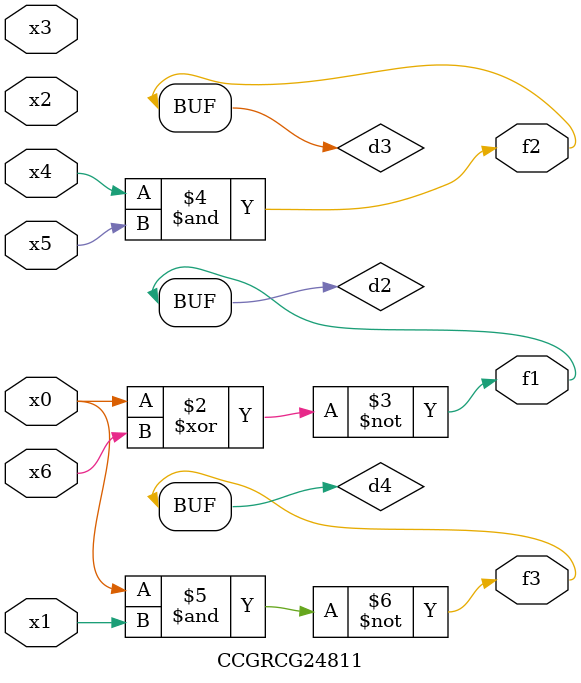
<source format=v>
module CCGRCG24811(
	input x0, x1, x2, x3, x4, x5, x6,
	output f1, f2, f3
);

	wire d1, d2, d3, d4;

	nor (d1, x0);
	xnor (d2, x0, x6);
	and (d3, x4, x5);
	nand (d4, x0, x1);
	assign f1 = d2;
	assign f2 = d3;
	assign f3 = d4;
endmodule

</source>
